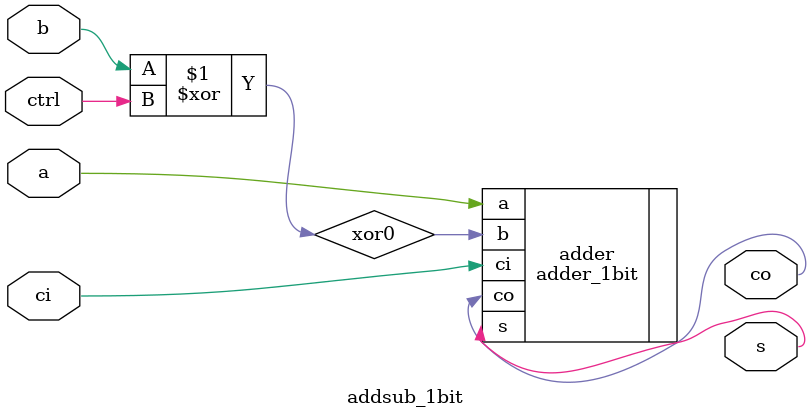
<source format=v>
`timescale 1ns / 1ps


module addsub_1bit(
    input a,
    input b,
    input ctrl,
    input ci,
    output s,
    output co
    );
    xor x(xor0, b, ctrl);
    adder_1bit adder(.a(a), .b(xor0), .ci(ci), .s(s), .co(co));
endmodule


</source>
